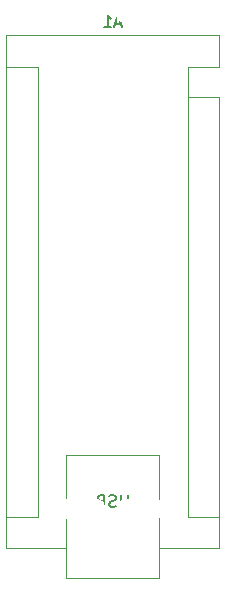
<source format=gbr>
%TF.GenerationSoftware,KiCad,Pcbnew,8.0.5*%
%TF.CreationDate,2024-10-10T01:08:20+09:00*%
%TF.ProjectId,BD,42442e6b-6963-4616-945f-706362585858,rev?*%
%TF.SameCoordinates,Original*%
%TF.FileFunction,Legend,Bot*%
%TF.FilePolarity,Positive*%
%FSLAX46Y46*%
G04 Gerber Fmt 4.6, Leading zero omitted, Abs format (unit mm)*
G04 Created by KiCad (PCBNEW 8.0.5) date 2024-10-10 01:08:20*
%MOMM*%
%LPD*%
G01*
G04 APERTURE LIST*
%ADD10C,0.150000*%
%ADD11C,0.120000*%
%ADD12R,1.700000X1.700000*%
%ADD13O,1.700000X1.700000*%
%ADD14C,1.524000*%
%ADD15R,1.800000X1.800000*%
%ADD16C,1.800000*%
%ADD17O,1.600000X1.600000*%
%ADD18R,1.600000X1.600000*%
G04 APERTURE END LIST*
D10*
X23056285Y-18584104D02*
X22580095Y-18584104D01*
X23151523Y-18869819D02*
X22818190Y-17869819D01*
X22818190Y-17869819D02*
X22484857Y-18869819D01*
X21627714Y-18869819D02*
X22199142Y-18869819D01*
X21913428Y-18869819D02*
X21913428Y-17869819D01*
X21913428Y-17869819D02*
X22008666Y-18012676D01*
X22008666Y-18012676D02*
X22103904Y-18107914D01*
X22103904Y-18107914D02*
X22199142Y-18155533D01*
X23603904Y-58509819D02*
X23603904Y-59319342D01*
X23603904Y-59319342D02*
X23556285Y-59414580D01*
X23556285Y-59414580D02*
X23508666Y-59462200D01*
X23508666Y-59462200D02*
X23413428Y-59509819D01*
X23413428Y-59509819D02*
X23222952Y-59509819D01*
X23222952Y-59509819D02*
X23127714Y-59462200D01*
X23127714Y-59462200D02*
X23080095Y-59414580D01*
X23080095Y-59414580D02*
X23032476Y-59319342D01*
X23032476Y-59319342D02*
X23032476Y-58509819D01*
X22603904Y-59462200D02*
X22461047Y-59509819D01*
X22461047Y-59509819D02*
X22222952Y-59509819D01*
X22222952Y-59509819D02*
X22127714Y-59462200D01*
X22127714Y-59462200D02*
X22080095Y-59414580D01*
X22080095Y-59414580D02*
X22032476Y-59319342D01*
X22032476Y-59319342D02*
X22032476Y-59224104D01*
X22032476Y-59224104D02*
X22080095Y-59128866D01*
X22080095Y-59128866D02*
X22127714Y-59081247D01*
X22127714Y-59081247D02*
X22222952Y-59033628D01*
X22222952Y-59033628D02*
X22413428Y-58986009D01*
X22413428Y-58986009D02*
X22508666Y-58938390D01*
X22508666Y-58938390D02*
X22556285Y-58890771D01*
X22556285Y-58890771D02*
X22603904Y-58795533D01*
X22603904Y-58795533D02*
X22603904Y-58700295D01*
X22603904Y-58700295D02*
X22556285Y-58605057D01*
X22556285Y-58605057D02*
X22508666Y-58557438D01*
X22508666Y-58557438D02*
X22413428Y-58509819D01*
X22413428Y-58509819D02*
X22175333Y-58509819D01*
X22175333Y-58509819D02*
X22032476Y-58557438D01*
X21270571Y-58986009D02*
X21127714Y-59033628D01*
X21127714Y-59033628D02*
X21080095Y-59081247D01*
X21080095Y-59081247D02*
X21032476Y-59176485D01*
X21032476Y-59176485D02*
X21032476Y-59319342D01*
X21032476Y-59319342D02*
X21080095Y-59414580D01*
X21080095Y-59414580D02*
X21127714Y-59462200D01*
X21127714Y-59462200D02*
X21222952Y-59509819D01*
X21222952Y-59509819D02*
X21603904Y-59509819D01*
X21603904Y-59509819D02*
X21603904Y-58509819D01*
X21603904Y-58509819D02*
X21270571Y-58509819D01*
X21270571Y-58509819D02*
X21175333Y-58557438D01*
X21175333Y-58557438D02*
X21127714Y-58605057D01*
X21127714Y-58605057D02*
X21080095Y-58700295D01*
X21080095Y-58700295D02*
X21080095Y-58795533D01*
X21080095Y-58795533D02*
X21127714Y-58890771D01*
X21127714Y-58890771D02*
X21175333Y-58938390D01*
X21175333Y-58938390D02*
X21270571Y-58986009D01*
X21270571Y-58986009D02*
X21603904Y-58986009D01*
D11*
%TO.C,A1*%
X31362000Y-62995000D02*
X31362000Y-24765000D01*
X31362000Y-60325000D02*
X28692000Y-60325000D01*
X31362000Y-24765000D02*
X28692000Y-24765000D01*
X31362000Y-22225000D02*
X31362000Y-19555000D01*
X31362000Y-22225000D02*
X28692000Y-22225000D01*
X31362000Y-19555000D02*
X13322000Y-19555000D01*
X28692000Y-60325000D02*
X28692000Y-24765000D01*
X28692000Y-22225000D02*
X28692000Y-24765000D01*
X26282000Y-65535000D02*
X18402000Y-65535000D01*
X26282000Y-62995000D02*
X31362000Y-62995000D01*
X26282000Y-55115000D02*
X26282000Y-65535000D01*
X18402000Y-65535000D02*
X18402000Y-55115000D01*
X18402000Y-62995000D02*
X13322000Y-62995000D01*
X18402000Y-55115000D02*
X26282000Y-55115000D01*
X15992000Y-60325000D02*
X15992000Y-22225000D01*
X13322000Y-60325000D02*
X15992000Y-60325000D01*
X13322000Y-22225000D02*
X15992000Y-22225000D01*
X13322000Y-19555000D02*
X13322000Y-62995000D01*
%TD*%
%LPC*%
D12*
%TO.C,J2*%
X18425000Y-59665000D03*
D13*
X20965000Y-59665000D03*
X23505000Y-59665000D03*
X26045000Y-59665000D03*
%TD*%
D14*
%TO.C,SW1*%
X24892000Y-31115000D03*
X27432000Y-31115000D03*
X27432000Y-23495000D03*
X24892000Y-23495000D03*
%TD*%
%TO.C,U1*%
X27432000Y-56515000D03*
X27432000Y-53975000D03*
X27432000Y-51435000D03*
X27432000Y-48895000D03*
X27432000Y-46355000D03*
X27432000Y-43815000D03*
X27432000Y-41275000D03*
X27432000Y-38735000D03*
X17272000Y-38735000D03*
X17272000Y-41275000D03*
X17272000Y-43815000D03*
X17272000Y-46355000D03*
X17272000Y-48895000D03*
X17272000Y-51435000D03*
X17272000Y-53975000D03*
X17272000Y-56515000D03*
%TD*%
D15*
%TO.C,D2*%
X18542000Y-34671000D03*
D16*
X21082000Y-34671000D03*
%TD*%
D14*
%TO.C,SW2*%
X21082000Y-31115000D03*
X18542000Y-31115000D03*
X21082000Y-23495000D03*
X18542000Y-23495000D03*
%TD*%
D12*
%TO.C,J3*%
X20955000Y-57150000D03*
D13*
X23495000Y-57150000D03*
%TD*%
D15*
%TO.C,D1*%
X24257000Y-34417000D03*
D16*
X26797000Y-34417000D03*
%TD*%
D13*
%TO.C,J1*%
X15748000Y-17653000D03*
X18288000Y-17653000D03*
X20828000Y-17653000D03*
X23368000Y-17653000D03*
X25908000Y-17653000D03*
D12*
X28448000Y-17653000D03*
%TD*%
D17*
%TO.C,A1*%
X14722000Y-23495000D03*
X14722000Y-26035000D03*
X14722000Y-28575000D03*
X14722000Y-31115000D03*
X14722000Y-33655000D03*
X14722000Y-36195000D03*
X14722000Y-38735000D03*
X14722000Y-41275000D03*
X14722000Y-43815000D03*
X14722000Y-46355000D03*
X14722000Y-48895000D03*
X14722000Y-51435000D03*
X14722000Y-53975000D03*
X14722000Y-56515000D03*
X14722000Y-59055000D03*
X29962000Y-59055000D03*
X29962000Y-56515000D03*
X29962000Y-53975000D03*
X29962000Y-51435000D03*
X29962000Y-48895000D03*
X29962000Y-46355000D03*
X29962000Y-43815000D03*
X29962000Y-41275000D03*
X29962000Y-38735000D03*
X29962000Y-36195000D03*
X29962000Y-33655000D03*
X29962000Y-31115000D03*
X29962000Y-28575000D03*
X29962000Y-26035000D03*
D18*
X29962000Y-23495000D03*
%TD*%
%LPD*%
M02*

</source>
